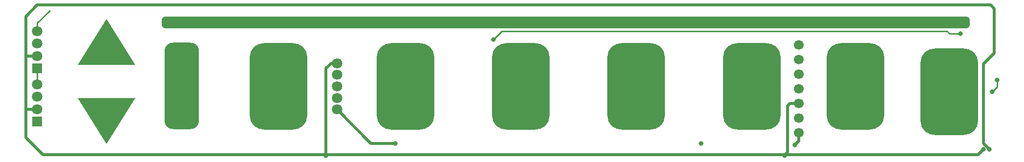
<source format=gtl>
G04 #@! TF.GenerationSoftware,KiCad,Pcbnew,8.0.7*
G04 #@! TF.CreationDate,2025-06-18T23:32:31-07:00*
G04 #@! TF.ProjectId,ESP32_MIDI_v3a,45535033-325f-44d4-9944-495f7633612e,rev?*
G04 #@! TF.SameCoordinates,Original*
G04 #@! TF.FileFunction,Copper,L1,Top*
G04 #@! TF.FilePolarity,Positive*
%FSLAX46Y46*%
G04 Gerber Fmt 4.6, Leading zero omitted, Abs format (unit mm)*
G04 Created by KiCad (PCBNEW 8.0.7) date 2025-06-18 23:32:31*
%MOMM*%
%LPD*%
G01*
G04 APERTURE LIST*
G04 Aperture macros list*
%AMRoundRect*
0 Rectangle with rounded corners*
0 $1 Rounding radius*
0 $2 $3 $4 $5 $6 $7 $8 $9 X,Y pos of 4 corners*
0 Add a 4 corners polygon primitive as box body*
4,1,4,$2,$3,$4,$5,$6,$7,$8,$9,$2,$3,0*
0 Add four circle primitives for the rounded corners*
1,1,$1+$1,$2,$3*
1,1,$1+$1,$4,$5*
1,1,$1+$1,$6,$7*
1,1,$1+$1,$8,$9*
0 Add four rect primitives between the rounded corners*
20,1,$1+$1,$2,$3,$4,$5,0*
20,1,$1+$1,$4,$5,$6,$7,0*
20,1,$1+$1,$6,$7,$8,$9,0*
20,1,$1+$1,$8,$9,$2,$3,0*%
%AMOutline4P*
0 Free polygon, 4 corners , with rotation*
0 The origin of the aperture is its center*
0 number of corners: always 4*
0 $1 to $8 corner X, Y*
0 $9 Rotation angle, in degrees counterclockwise*
0 create outline with 4 corners*
4,1,4,$1,$2,$3,$4,$5,$6,$7,$8,$1,$2,$9*%
G04 Aperture macros list end*
G04 #@! TA.AperFunction,SMDPad,CuDef*
%ADD10RoundRect,2.500000X2.500000X-5.000000X2.500000X5.000000X-2.500000X5.000000X-2.500000X-5.000000X0*%
G04 #@! TD*
G04 #@! TA.AperFunction,ComponentPad*
%ADD11C,1.700000*%
G04 #@! TD*
G04 #@! TA.AperFunction,SMDPad,CuDef*
%ADD12Outline4P,-5.000000X-4.000000X5.000000X-4.000000X0.000000X4.000000X0.000000X4.000000X0.000000*%
G04 #@! TD*
G04 #@! TA.AperFunction,SMDPad,CuDef*
%ADD13Outline4P,-5.000000X-4.000000X5.000000X-4.000000X0.000000X4.000000X0.000000X4.000000X180.000000*%
G04 #@! TD*
G04 #@! TA.AperFunction,SMDPad,CuDef*
%ADD14RoundRect,1.500000X1.500000X-6.000000X1.500000X6.000000X-1.500000X6.000000X-1.500000X-6.000000X0*%
G04 #@! TD*
G04 #@! TA.AperFunction,ComponentPad*
%ADD15R,1.800000X1.800000*%
G04 #@! TD*
G04 #@! TA.AperFunction,ComponentPad*
%ADD16C,1.800000*%
G04 #@! TD*
G04 #@! TA.AperFunction,SMDPad,CuDef*
%ADD17RoundRect,0.500000X-69.500000X-0.500000X69.500000X-0.500000X69.500000X0.500000X-69.500000X0.500000X0*%
G04 #@! TD*
G04 #@! TA.AperFunction,ViaPad*
%ADD18C,0.800000*%
G04 #@! TD*
G04 #@! TA.AperFunction,Conductor*
%ADD19C,0.250000*%
G04 #@! TD*
G04 #@! TA.AperFunction,Conductor*
%ADD20C,0.500000*%
G04 #@! TD*
G04 APERTURE END LIST*
D10*
X122793423Y-98078000D03*
D11*
X170920000Y-106120000D03*
X170920000Y-103580000D03*
X170920000Y-101040000D03*
X170920000Y-98500000D03*
X170920000Y-95960000D03*
X170920000Y-93420000D03*
X170920000Y-90880000D03*
D12*
X51000000Y-90424000D03*
D10*
X80793423Y-98078000D03*
D13*
X51000000Y-104140000D03*
D10*
X142793423Y-98078000D03*
D14*
X64000000Y-98000000D03*
D10*
X102793423Y-98078000D03*
D15*
X39000000Y-95000000D03*
D16*
X39000000Y-92841000D03*
X39000000Y-90682000D03*
X39000000Y-88523000D03*
D10*
X180793423Y-98078000D03*
D15*
X39000000Y-104240000D03*
D16*
X39000000Y-102081000D03*
X39000000Y-99922000D03*
X39000000Y-97763000D03*
D10*
X197000000Y-99000000D03*
D17*
X130556000Y-87000000D03*
D10*
X162793423Y-98078000D03*
D16*
X90932000Y-102108000D03*
X90932000Y-100108000D03*
X90932000Y-98108000D03*
X90932000Y-96108000D03*
X90932000Y-94108000D03*
D18*
X185000000Y-99000000D03*
X101000000Y-108000000D03*
X154000000Y-108000000D03*
X170250000Y-108225000D03*
X204000000Y-109000000D03*
X168500000Y-110158000D03*
X203000000Y-109000000D03*
X89000000Y-110157500D03*
X167000000Y-99000000D03*
X146000000Y-100000000D03*
X125000000Y-103000000D03*
X51000000Y-105000000D03*
X183000000Y-87000000D03*
X197000000Y-95000000D03*
X52000000Y-90000000D03*
X199000000Y-89000000D03*
X118000000Y-90000000D03*
X85000000Y-101000000D03*
X205350000Y-97000000D03*
X204500000Y-99000000D03*
X62000000Y-105000000D03*
X107000000Y-94000000D03*
D19*
X185000000Y-99000000D02*
X184625000Y-98625000D01*
X184625000Y-98625000D02*
X180793423Y-98625000D01*
D20*
X170250000Y-108225000D02*
X170920000Y-107555000D01*
X170920000Y-107555000D02*
X170920000Y-106120000D01*
X90932000Y-102108000D02*
X96824000Y-108000000D01*
X96824000Y-108000000D02*
X101000000Y-108000000D01*
X89000000Y-95000000D02*
X89000000Y-110157500D01*
X203000000Y-109000000D02*
X202000000Y-110000000D01*
X169460000Y-101040000D02*
X169000000Y-101500000D01*
X37000000Y-107000000D02*
X37000000Y-102000000D01*
X37081000Y-102081000D02*
X37000000Y-102000000D01*
X89892000Y-94108000D02*
X89000000Y-95000000D01*
X204202082Y-84000000D02*
X204850000Y-84647918D01*
X169000000Y-101500000D02*
X169000000Y-109500000D01*
X40000000Y-110000000D02*
X37000000Y-107000000D01*
X170920000Y-101040000D02*
X169460000Y-101040000D01*
X204850000Y-92352082D02*
X203000000Y-94202082D01*
X203000000Y-94202082D02*
X203000000Y-108000000D01*
X168500000Y-110000000D02*
X40000000Y-110000000D01*
X37000000Y-93000000D02*
X37000000Y-102000000D01*
X90932000Y-94108000D02*
X89892000Y-94108000D01*
X39000000Y-92841000D02*
X37159000Y-92841000D01*
X202000000Y-110000000D02*
X168500000Y-110000000D01*
X169000000Y-109500000D02*
X168500000Y-110000000D01*
X37159000Y-92841000D02*
X37000000Y-93000000D01*
X203000000Y-108000000D02*
X204000000Y-109000000D01*
X39000000Y-84000000D02*
X204202082Y-84000000D01*
X39000000Y-102081000D02*
X37081000Y-102081000D01*
X37000000Y-86000000D02*
X39000000Y-84000000D01*
X37000000Y-102000000D02*
X37000000Y-86000000D01*
X204850000Y-84647918D02*
X204850000Y-92352082D01*
D19*
X144625000Y-98625000D02*
X142793423Y-98625000D01*
X146000000Y-100000000D02*
X144625000Y-98625000D01*
X125000000Y-103000000D02*
X125000000Y-100284577D01*
X125000000Y-100284577D02*
X124649578Y-99934155D01*
X51000000Y-105000000D02*
X51000000Y-104140000D01*
X183000000Y-87000000D02*
X181000000Y-87000000D01*
X197625000Y-95625000D02*
X197625000Y-101000000D01*
X197000000Y-95000000D02*
X197625000Y-95625000D01*
X52000000Y-90000000D02*
X51424000Y-90000000D01*
X51424000Y-90000000D02*
X51000000Y-90424000D01*
X41125000Y-85000000D02*
X39000000Y-87125000D01*
X197100000Y-89000000D02*
X196600000Y-88500000D01*
X39000000Y-87125000D02*
X39000000Y-88523000D01*
X199000000Y-89000000D02*
X197100000Y-89000000D01*
X196600000Y-88500000D02*
X119500000Y-88500000D01*
X119500000Y-88500000D02*
X118000000Y-90000000D01*
X83715423Y-101000000D02*
X82649578Y-99934155D01*
X85000000Y-101000000D02*
X83715423Y-101000000D01*
X205350000Y-97000000D02*
X205350000Y-98150000D01*
X205350000Y-98150000D02*
X204500000Y-99000000D01*
X62793423Y-104206577D02*
X62000000Y-105000000D01*
X62793423Y-98000000D02*
X62793423Y-104206577D01*
X107000000Y-94000000D02*
X103159112Y-94000000D01*
X103159112Y-94000000D02*
X100937267Y-96221845D01*
X39000000Y-95000000D02*
X39000000Y-97000000D01*
X39000000Y-97000000D02*
X39000000Y-98000000D01*
X39000000Y-97763000D02*
X39000000Y-97000000D01*
M02*

</source>
